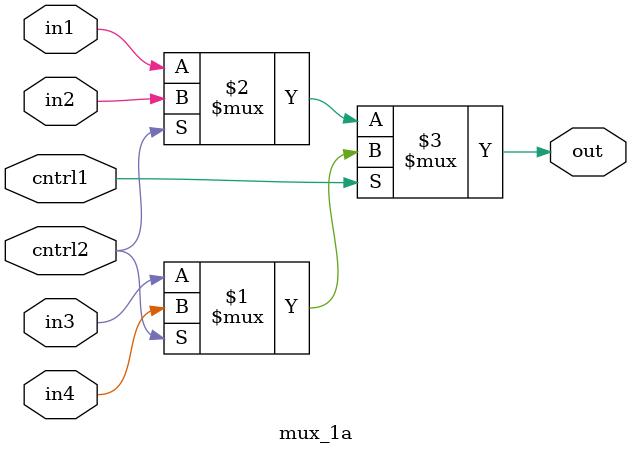
<source format=v>
`timescale 1ns / 1ps


module mux_1a(
out,
in1,
in2,
in3,
in4,
cntrl1,
cntrl2
    );
    output out;
    input in1, in2, in3, in4, cntrl1, cntrl2;
//    wire notcntrl1, notcntrl2, w, x, y, z;
//    not (notcntrl1, cntrl1),
//        (notcntrl2, cntrl2);
//    and (w, in1, notcntrl1, notcntrl2),
//        (x, in2, notcntrl1, cntrl2),
//        (y, in3, cntrl1, notcntrl2),
//        (z, in4, cntrl1, cntrl2);
//    or (out, w, x, y, z);
    assign out = cntrl1 ? (cntrl2 ? in4:in3):(cntrl2 ? in2:in1);
endmodule

</source>
